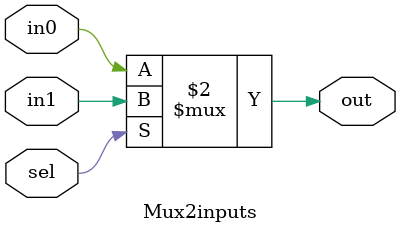
<source format=v>
module Mux2inputs(in0,in1,sel,out);
input in0;
input in1;
input sel;
output out;

assign out = 
sel==0?in0:in1;
endmodule

</source>
